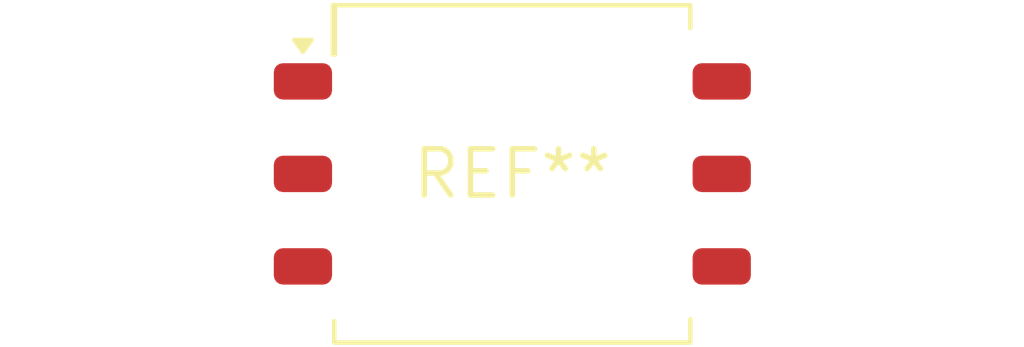
<source format=kicad_pcb>
(kicad_pcb (version 20240108) (generator pcbnew)
  (layers (0 "F.Cu" signal) (31 "B.Cu" signal) (34 "B.Paste" user) (35 "F.Paste" user) (36 "B.SilkS" user "B.Silkscreen") (37 "F.SilkS" user "F.Silkscreen") (38 "B.Mask" user) (39 "F.Mask" user) (44 "Edge.Cuts" user))
  (net 0 "")
  (footprint "Transformer_Murata_78250JC" (layer "F.Cu") (at 0 0)
    (property "Reference" "REF**")
    (property "Value" "Transformer_Murata_78250JC")
    (fp_line (start -4.93 -4.63) (end -4.93 -3.28) (layer "F.SilkS") (stroke (width 0.12)))
    (fp_line (start -4.93 -4.63) (end 4.89 -4.63) (layer "F.SilkS") (stroke (width 0.12)))
    (fp_line (start -4.93 -3.28) (end -4.87 -3.28) (layer "F.SilkS") (stroke (width 0.12)))
    (fp_line (start -4.89 4.04) (end -4.89 4.63) (layer "F.SilkS") (stroke (width 0.12)))
    (fp_line (start -4.89 4.63) (end 4.89 4.63) (layer "F.SilkS") (stroke (width 0.12)))
    (fp_line (start -4.87 -4.63) (end -4.87 -3.28) (layer "F.SilkS") (stroke (width 0.12)))
    (fp_line (start 4.89 -4.63) (end 4.89 -4) (layer "F.SilkS") (stroke (width 0.12)))
    (fp_line (start 4.89 4.63) (end 4.89 3.99) (layer "F.SilkS") (stroke (width 0.12)))
    (fp_poly (pts (xy -5.75 -3.35) (xy -5.99 -3.68) (xy -5.51 -3.68) (xy -5.75 -3.35)) (layer "F.SilkS") (stroke (width 0.12)) (fill solid))
    (pad "1" smd roundrect (at -5.75 -2.54) (size 1.6 1) (layers "F.Cu" "F.Paste" "F.Mask"))
    (pad "2" smd roundrect (at -5.75 0) (size 1.6 1) (layers "F.Cu" "F.Paste" "F.Mask"))
    (pad "3" smd roundrect (at -5.75 2.54) (size 1.6 1) (layers "F.Cu" "F.Paste" "F.Mask"))
    (pad "4" smd roundrect (at 5.75 -2.54) (size 1.6 1) (layers "F.Cu" "F.Paste" "F.Mask"))
    (pad "5" smd roundrect (at 5.75 0) (size 1.6 1) (layers "F.Cu" "F.Paste" "F.Mask"))
    (pad "6" smd roundrect (at 5.75 2.54) (size 1.6 1) (layers "F.Cu" "F.Paste" "F.Mask"))
  )
)
</source>
